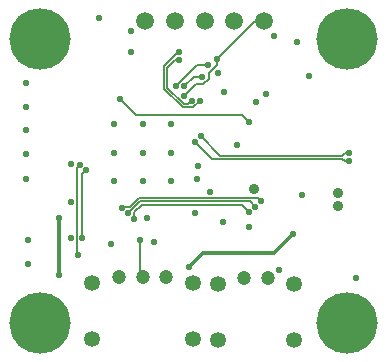
<source format=gbr>
G04 EAGLE Gerber RS-274X export*
G75*
%MOMM*%
%FSLAX34Y34*%
%LPD*%
%INBottom Copper*%
%IPPOS*%
%AMOC8*
5,1,8,0,0,1.08239X$1,22.5*%
G01*
%ADD10C,1.200000*%
%ADD11C,1.350000*%
%ADD12C,5.200000*%
%ADD13C,0.553200*%
%ADD14C,0.900000*%
%ADD15C,0.300000*%
%ADD16C,0.152400*%
%ADD17C,1.500000*%


D10*
X117000Y69000D03*
X137000Y69000D03*
X97000Y69000D03*
D11*
X159500Y64000D03*
X74500Y64000D03*
X74500Y16500D03*
X159500Y16500D03*
D10*
X203000Y68000D03*
X223000Y68000D03*
D11*
X245500Y63000D03*
X180500Y63000D03*
X180500Y15500D03*
X245500Y15500D03*
D12*
X30000Y30000D03*
X290000Y30000D03*
X290000Y270000D03*
X30000Y270000D03*
D13*
X181000Y241000D03*
X248000Y268000D03*
X258000Y239000D03*
X18000Y152000D03*
X18000Y173000D03*
X18000Y193000D03*
X18000Y213000D03*
X20000Y80000D03*
X90000Y97000D03*
X20000Y100000D03*
X185000Y115000D03*
X207000Y111000D03*
D14*
X282000Y140000D03*
D13*
X298000Y68000D03*
X232000Y75000D03*
X141000Y150000D03*
X141000Y174000D03*
X141000Y198000D03*
X117000Y198000D03*
X117000Y174000D03*
X117000Y150000D03*
X93000Y150000D03*
X93000Y174000D03*
X93000Y198000D03*
X186000Y225000D03*
X164000Y163000D03*
X163000Y152000D03*
X121000Y119000D03*
X107000Y277000D03*
X107000Y259000D03*
X18000Y233000D03*
X197000Y180000D03*
X213000Y217000D03*
X127000Y98000D03*
X80000Y288000D03*
X221000Y224000D03*
X56000Y164000D03*
X56000Y132000D03*
X161000Y123000D03*
X174000Y141000D03*
D14*
X282000Y129000D03*
D13*
X228000Y273000D03*
D14*
X211000Y143000D03*
D13*
X46000Y70000D03*
D15*
X46000Y119000D01*
D13*
X46000Y119000D03*
X252000Y138000D03*
X56000Y102000D03*
X292000Y173401D03*
D16*
X288004Y173401D01*
X286000Y171397D01*
X182603Y171397D01*
X166000Y188000D01*
D13*
X166000Y188000D03*
X145000Y230000D03*
D16*
X163000Y248000D01*
X172000Y248000D01*
D13*
X172000Y248000D03*
D17*
X194000Y285000D03*
D13*
X152000Y230000D03*
D16*
X160036Y238036D01*
X167536Y238036D01*
D13*
X167536Y238036D03*
D17*
X170000Y285000D03*
D13*
X165458Y218000D03*
D16*
X159664Y212206D01*
X135206Y227843D02*
X135206Y247157D01*
X146851Y258802D02*
X148000Y258802D01*
D13*
X148000Y258802D03*
D16*
X150843Y212206D02*
X159664Y212206D01*
X150843Y212206D02*
X135206Y227843D01*
X135206Y247157D02*
X146851Y258802D01*
D17*
X144000Y285000D03*
D13*
X158656Y218000D03*
D16*
X155656Y215000D01*
X152000Y215000D01*
X138000Y229000D01*
X138000Y246000D01*
X144000Y252000D02*
X148000Y252000D01*
D13*
X148000Y252000D03*
D16*
X144000Y252000D02*
X138000Y246000D01*
D17*
X119000Y285000D03*
D13*
X152000Y222000D03*
D16*
X162000Y232000D01*
X173000Y241000D02*
X180000Y248000D01*
X180000Y253000D01*
D13*
X180000Y253000D03*
D16*
X168285Y232000D02*
X162000Y232000D01*
X168285Y232000D02*
X173000Y236715D01*
X173000Y241000D01*
D17*
X220000Y285000D03*
D16*
X212000Y285000D01*
X180000Y253000D01*
D13*
X66000Y102000D03*
X69000Y159000D03*
D16*
X66000Y156000D02*
X66000Y102000D01*
X66000Y156000D02*
X69000Y159000D01*
D13*
X62000Y87000D03*
X64190Y163810D03*
D16*
X61202Y87798D02*
X62000Y87000D01*
X61202Y87798D02*
X61202Y160822D01*
X64190Y163810D01*
D13*
X115000Y100000D03*
D16*
X115000Y71000D01*
X117000Y69000D01*
D13*
X217000Y133000D03*
D16*
X214412Y135588D01*
X113685Y135588D02*
X106049Y127951D01*
X100380Y127951D01*
X99714Y127285D01*
D13*
X99714Y127285D03*
D16*
X113685Y135588D02*
X214412Y135588D01*
D13*
X207381Y123381D03*
D16*
X200761Y130000D01*
X110000Y118332D02*
X109334Y117666D01*
D13*
X109334Y117666D03*
D16*
X116157Y130000D02*
X200761Y130000D01*
X116157Y130000D02*
X110000Y123843D01*
X110000Y118332D01*
D13*
X212190Y128190D03*
D16*
X207587Y132794D01*
D13*
X104524Y122476D03*
D16*
X115000Y132794D02*
X207587Y132794D01*
X115000Y132794D02*
X104682Y122476D01*
X104524Y122476D01*
D13*
X207000Y200000D03*
D16*
X201000Y206000D01*
X111000Y206000D01*
X98000Y219000D01*
D13*
X98000Y219000D03*
X292000Y166599D03*
D16*
X288004Y166599D01*
X286000Y168603D01*
X175778Y168603D01*
X161190Y183190D01*
D13*
X161190Y183190D03*
X244000Y105000D03*
D15*
X228000Y89000D01*
X168000Y89000D02*
X156000Y77000D01*
D13*
X156000Y77000D03*
D15*
X168000Y89000D02*
X228000Y89000D01*
M02*

</source>
